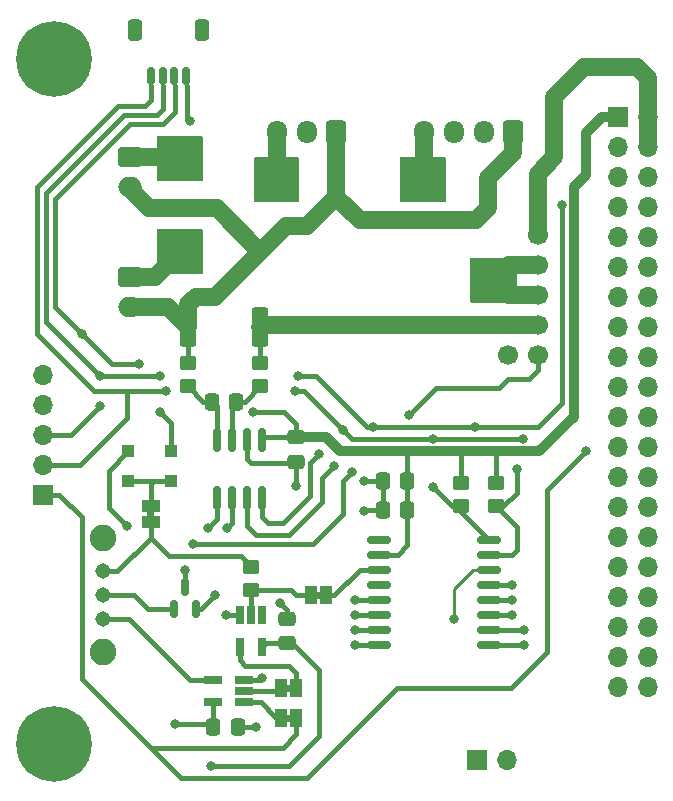
<source format=gbr>
%TF.GenerationSoftware,KiCad,Pcbnew,(6.99.0-2504-g6a9c6e8599)*%
%TF.CreationDate,2023-09-22T00:12:30-07:00*%
%TF.ProjectId,BuoyPower,42756f79-506f-4776-9572-2e6b69636164,rev?*%
%TF.SameCoordinates,Original*%
%TF.FileFunction,Copper,L1,Top*%
%TF.FilePolarity,Positive*%
%FSLAX46Y46*%
G04 Gerber Fmt 4.6, Leading zero omitted, Abs format (unit mm)*
G04 Created by KiCad (PCBNEW (6.99.0-2504-g6a9c6e8599)) date 2023-09-22 00:12:30*
%MOMM*%
%LPD*%
G01*
G04 APERTURE LIST*
G04 Aperture macros list*
%AMRoundRect*
0 Rectangle with rounded corners*
0 $1 Rounding radius*
0 $2 $3 $4 $5 $6 $7 $8 $9 X,Y pos of 4 corners*
0 Add a 4 corners polygon primitive as box body*
4,1,4,$2,$3,$4,$5,$6,$7,$8,$9,$2,$3,0*
0 Add four circle primitives for the rounded corners*
1,1,$1+$1,$2,$3*
1,1,$1+$1,$4,$5*
1,1,$1+$1,$6,$7*
1,1,$1+$1,$8,$9*
0 Add four rect primitives between the rounded corners*
20,1,$1+$1,$2,$3,$4,$5,0*
20,1,$1+$1,$4,$5,$6,$7,0*
20,1,$1+$1,$6,$7,$8,$9,0*
20,1,$1+$1,$8,$9,$2,$3,0*%
G04 Aperture macros list end*
%TA.AperFunction,ComponentPad*%
%ADD10C,1.308000*%
%TD*%
%TA.AperFunction,ComponentPad*%
%ADD11C,2.250000*%
%TD*%
%TA.AperFunction,SMDPad,CuDef*%
%ADD12R,1.000000X1.500000*%
%TD*%
%TA.AperFunction,SMDPad,CuDef*%
%ADD13RoundRect,0.150000X0.150000X-0.587500X0.150000X0.587500X-0.150000X0.587500X-0.150000X-0.587500X0*%
%TD*%
%TA.AperFunction,ComponentPad*%
%ADD14C,1.700000*%
%TD*%
%TA.AperFunction,SMDPad,CuDef*%
%ADD15RoundRect,0.150000X-0.875000X-0.150000X0.875000X-0.150000X0.875000X0.150000X-0.875000X0.150000X0*%
%TD*%
%TA.AperFunction,SMDPad,CuDef*%
%ADD16RoundRect,0.249999X-0.450001X-1.425001X0.450001X-1.425001X0.450001X1.425001X-0.450001X1.425001X0*%
%TD*%
%TA.AperFunction,ComponentPad*%
%ADD17R,1.700000X1.700000*%
%TD*%
%TA.AperFunction,ComponentPad*%
%ADD18O,1.700000X1.700000*%
%TD*%
%TA.AperFunction,SMDPad,CuDef*%
%ADD19RoundRect,0.250000X-0.450000X0.350000X-0.450000X-0.350000X0.450000X-0.350000X0.450000X0.350000X0*%
%TD*%
%TA.AperFunction,SMDPad,CuDef*%
%ADD20RoundRect,0.250000X0.450000X-0.350000X0.450000X0.350000X-0.450000X0.350000X-0.450000X-0.350000X0*%
%TD*%
%TA.AperFunction,SMDPad,CuDef*%
%ADD21R,1.000000X1.000000*%
%TD*%
%TA.AperFunction,SMDPad,CuDef*%
%ADD22R,0.650000X1.560000*%
%TD*%
%TA.AperFunction,SMDPad,CuDef*%
%ADD23RoundRect,0.250000X0.475000X-0.337500X0.475000X0.337500X-0.475000X0.337500X-0.475000X-0.337500X0*%
%TD*%
%TA.AperFunction,ComponentPad*%
%ADD24RoundRect,0.250000X0.600000X0.725000X-0.600000X0.725000X-0.600000X-0.725000X0.600000X-0.725000X0*%
%TD*%
%TA.AperFunction,ComponentPad*%
%ADD25O,1.700000X1.950000*%
%TD*%
%TA.AperFunction,ComponentPad*%
%ADD26RoundRect,0.250000X-0.750000X0.600000X-0.750000X-0.600000X0.750000X-0.600000X0.750000X0.600000X0*%
%TD*%
%TA.AperFunction,ComponentPad*%
%ADD27O,2.000000X1.700000*%
%TD*%
%TA.AperFunction,ComponentPad*%
%ADD28C,0.800000*%
%TD*%
%TA.AperFunction,ComponentPad*%
%ADD29C,6.400000*%
%TD*%
%TA.AperFunction,SMDPad,CuDef*%
%ADD30RoundRect,0.150000X0.150000X0.625000X-0.150000X0.625000X-0.150000X-0.625000X0.150000X-0.625000X0*%
%TD*%
%TA.AperFunction,SMDPad,CuDef*%
%ADD31RoundRect,0.250000X0.350000X0.650000X-0.350000X0.650000X-0.350000X-0.650000X0.350000X-0.650000X0*%
%TD*%
%TA.AperFunction,SMDPad,CuDef*%
%ADD32RoundRect,0.250000X0.337500X0.475000X-0.337500X0.475000X-0.337500X-0.475000X0.337500X-0.475000X0*%
%TD*%
%TA.AperFunction,SMDPad,CuDef*%
%ADD33RoundRect,0.150000X0.150000X-0.825000X0.150000X0.825000X-0.150000X0.825000X-0.150000X-0.825000X0*%
%TD*%
%TA.AperFunction,SMDPad,CuDef*%
%ADD34RoundRect,0.250000X-0.475000X0.337500X-0.475000X-0.337500X0.475000X-0.337500X0.475000X0.337500X0*%
%TD*%
%TA.AperFunction,SMDPad,CuDef*%
%ADD35R,1.500000X1.000000*%
%TD*%
%TA.AperFunction,SMDPad,CuDef*%
%ADD36R,1.560000X0.650000*%
%TD*%
%TA.AperFunction,ViaPad*%
%ADD37C,0.800000*%
%TD*%
%TA.AperFunction,Conductor*%
%ADD38C,1.500000*%
%TD*%
%TA.AperFunction,Conductor*%
%ADD39C,0.406400*%
%TD*%
%TA.AperFunction,Conductor*%
%ADD40C,0.812800*%
%TD*%
%TA.AperFunction,Conductor*%
%ADD41C,0.250000*%
%TD*%
G04 APERTURE END LIST*
%TO.C,JP4*%
G36*
X148586000Y-122728000D02*
G01*
X148086000Y-122728000D01*
X148086000Y-122128000D01*
X148586000Y-122128000D01*
X148586000Y-122728000D01*
G37*
%TO.C,JP3*%
G36*
X148586000Y-125268000D02*
G01*
X148086000Y-125268000D01*
X148086000Y-124668000D01*
X148586000Y-124668000D01*
X148586000Y-125268000D01*
G37*
%TO.C,JP42*%
G36*
X151100600Y-114854000D02*
G01*
X150600600Y-114854000D01*
X150600600Y-114254000D01*
X151100600Y-114254000D01*
X151100600Y-114854000D01*
G37*
%TO.C,JP1*%
G36*
X136952000Y-107946000D02*
G01*
X136352000Y-107946000D01*
X136352000Y-107446000D01*
X136952000Y-107446000D01*
X136952000Y-107946000D01*
G37*
%TD*%
D10*
%TO.P,S1,2*%
%TO.N,Net-(S1-Pad2)*%
X132588000Y-114554000D03*
%TO.P,S1,1*%
%TO.N,VCC*%
X132588000Y-112554000D03*
%TO.P,S1,3*%
%TO.N,Net-(U11-Pad4)*%
X132588000Y-116554000D03*
D11*
%TO.P,S1,P$4*%
%TO.N,N/C*%
X132588000Y-109704000D03*
%TO.P,S1,P$5*%
X132588000Y-119404000D03*
%TD*%
D12*
%TO.P,JP4,1,A*%
%TO.N,/PowerTimer/NINT*%
X148985999Y-122427999D03*
%TO.P,JP4,2,B*%
%TO.N,Net-(JP4-B)*%
X147685999Y-122427999D03*
%TD*%
%TO.P,JP3,1,A*%
%TO.N,/HOLD*%
X148985999Y-124967999D03*
%TO.P,JP3,2,B*%
%TO.N,Net-(JP3-B)*%
X147685999Y-124967999D03*
%TD*%
D13*
%TO.P,Q1,1,G*%
%TO.N,Net-(S1-Pad2)*%
X138623000Y-115745500D03*
%TO.P,Q1,2,S*%
%TO.N,GND*%
X140523000Y-115745500D03*
%TO.P,Q1,3,D*%
%TO.N,/REG_EN*%
X139573000Y-113870500D03*
%TD*%
D14*
%TO.P,J1,1,Pin_1*%
%TO.N,+5V*%
X169418000Y-84074000D03*
%TO.P,J1,2,Pin_2*%
%TO.N,GND*%
X169418000Y-86614000D03*
%TO.P,J1,3,Pin_3*%
X169418000Y-89154000D03*
%TO.P,J1,4,Pin_4*%
%TO.N,/PowerMonitor/VOUT*%
X169418000Y-91694000D03*
%TO.P,J1,5,Pin_5*%
%TO.N,/REG_EN*%
X169418000Y-94234000D03*
%TO.P,J1,6*%
%TO.N,N/C*%
X166878000Y-94234000D03*
%TD*%
D15*
%TO.P,U8,1,32KHZ*%
%TO.N,unconnected-(U8-32KHZ)*%
X156005000Y-109855000D03*
%TO.P,U8,2,VCC*%
%TO.N,VBUS*%
X156005000Y-111125000D03*
%TO.P,U8,3,~{INT}/SQW*%
%TO.N,Net-(JP42-A)*%
X156005000Y-112395000D03*
%TO.P,U8,4,~{RST}*%
%TO.N,unconnected-(U8-~{RST})*%
X156005000Y-113665000D03*
%TO.P,U8,5,GND*%
%TO.N,GND*%
X156005000Y-114935000D03*
%TO.P,U8,6,GND*%
X156005000Y-116205000D03*
%TO.P,U8,7,GND*%
X156005000Y-117475000D03*
%TO.P,U8,8,GND*%
X156005000Y-118745000D03*
%TO.P,U8,9,GND*%
X165305000Y-118745000D03*
%TO.P,U8,10,GND*%
X165305000Y-117475000D03*
%TO.P,U8,11,GND*%
X165305000Y-116205000D03*
%TO.P,U8,12,GND*%
X165305000Y-114935000D03*
%TO.P,U8,13,GND*%
X165305000Y-113665000D03*
%TO.P,U8,14,VBAT*%
%TO.N,Net-(BT2-+)*%
X165305000Y-112395000D03*
%TO.P,U8,15,SDA*%
%TO.N,/SDA*%
X165305000Y-111125000D03*
%TO.P,U8,16,SCL*%
%TO.N,/SCL*%
X165305000Y-109855000D03*
%TD*%
D16*
%TO.P,R10,1*%
%TO.N,BATT_IN*%
X139825000Y-91821000D03*
%TO.P,R10,2*%
%TO.N,/PowerMonitor/VOUT*%
X145925000Y-91821000D03*
%TD*%
D17*
%TO.P,J9,1,Pin_1*%
%TO.N,GND*%
X164332999Y-128523999D03*
D18*
%TO.P,J9,2,Pin_2*%
%TO.N,Net-(BT2-+)*%
X166872999Y-128523999D03*
%TD*%
D19*
%TO.P,R15,1*%
%TO.N,VCC*%
X145161000Y-112157000D03*
%TO.P,R15,2*%
%TO.N,/PowerTimer/INT*%
X145161000Y-114157000D03*
%TD*%
D20*
%TO.P,R14,1*%
%TO.N,/SDA*%
X165862000Y-107045000D03*
%TO.P,R14,2*%
%TO.N,VBUS*%
X165862000Y-105045000D03*
%TD*%
D21*
%TO.P,D1,1,K*%
%TO.N,Net-(D1-K)*%
X134721599Y-104881999D03*
%TO.P,D1,2,A*%
%TO.N,Net-(BT2-+)*%
X134721599Y-102381999D03*
%TD*%
D22*
%TO.P,U9,1,NC*%
%TO.N,unconnected-(U9-NC)*%
X146110999Y-116251999D03*
%TO.P,U9,2*%
%TO.N,/PowerTimer/INT*%
X145160999Y-116251999D03*
%TO.P,U9,3,GND*%
%TO.N,GND*%
X144210999Y-116251999D03*
%TO.P,U9,4*%
%TO.N,/PowerTimer/NINT*%
X144210999Y-118951999D03*
%TO.P,U9,5,VCC*%
%TO.N,VCC*%
X146110999Y-118951999D03*
%TD*%
D23*
%TO.P,C1,1*%
%TO.N,GND*%
X148971000Y-103272500D03*
%TO.P,C1,2*%
%TO.N,VBUS*%
X148971000Y-101197500D03*
%TD*%
D24*
%TO.P,J5,1,Pin_1*%
%TO.N,BATT_IN*%
X152360000Y-75311000D03*
D25*
%TO.P,J5,2,Pin_2*%
%TO.N,unconnected-(J5-Pin_2)*%
X149859999Y-75310999D03*
%TO.P,J5,3,Pin_3*%
%TO.N,GND*%
X147359999Y-75310999D03*
%TD*%
D26*
%TO.P,J4,1,Pin_1*%
%TO.N,GND*%
X134895000Y-87650000D03*
D27*
%TO.P,J4,2,Pin_2*%
%TO.N,BATT_IN*%
X134894999Y-90149999D03*
%TD*%
D12*
%TO.P,JP42,1,A*%
%TO.N,Net-(JP42-A)*%
X151500599Y-114553999D03*
%TO.P,JP42,2,B*%
%TO.N,/PowerTimer/INT*%
X150200599Y-114553999D03*
%TD*%
D28*
%TO.P,H3,1*%
%TO.N,N/C*%
X130868000Y-127174000D03*
X130165056Y-128871056D03*
X130165056Y-125476944D03*
X128468000Y-129574000D03*
D29*
X128468000Y-127174000D03*
D28*
X128468000Y-124774000D03*
X126770944Y-128871056D03*
X126770944Y-125476944D03*
X126068000Y-127174000D03*
%TD*%
%TO.P,H2,1*%
%TO.N,N/C*%
X130868000Y-69174000D03*
X130165056Y-70871056D03*
X130165056Y-67476944D03*
X128468000Y-71574000D03*
D29*
X128468000Y-69174000D03*
D28*
X128468000Y-66774000D03*
X126770944Y-70871056D03*
X126770944Y-67476944D03*
X126068000Y-69174000D03*
%TD*%
D30*
%TO.P,J6,1,Pin_1*%
%TO.N,GND*%
X139676000Y-70580000D03*
%TO.P,J6,2,Pin_2*%
%TO.N,VBUS*%
X138676000Y-70580000D03*
%TO.P,J6,3,Pin_3*%
%TO.N,/SDA*%
X137676000Y-70580000D03*
%TO.P,J6,4,Pin_4*%
%TO.N,/SCL*%
X136676000Y-70580000D03*
D31*
%TO.P,J6,MP*%
%TO.N,N/C*%
X140976000Y-66705000D03*
X135376000Y-66705000D03*
%TD*%
D32*
%TO.P,C15,1*%
%TO.N,GND*%
X144039500Y-125730000D03*
%TO.P,C15,2*%
%TO.N,VCC*%
X141964500Y-125730000D03*
%TD*%
D33*
%TO.P,U3,1,A1*%
%TO.N,GND*%
X142240000Y-106361000D03*
%TO.P,U3,2,A0*%
X143510000Y-106361000D03*
%TO.P,U3,3,SDA*%
%TO.N,/SDA*%
X144780000Y-106361000D03*
%TO.P,U3,4,SCL*%
%TO.N,/SCL*%
X146050000Y-106361000D03*
%TO.P,U3,5,VS*%
%TO.N,VBUS*%
X146050000Y-101411000D03*
%TO.P,U3,6,GND*%
%TO.N,GND*%
X144780000Y-101411000D03*
%TO.P,U3,7,IN-*%
%TO.N,Net-(U3-IN-)*%
X143510000Y-101411000D03*
%TO.P,U3,8,IN+*%
%TO.N,Net-(U3-IN+)*%
X142240000Y-101411000D03*
%TD*%
D17*
%TO.P,J2,1,Pin_1*%
%TO.N,/HOLD*%
X127507999Y-106039999D03*
D18*
%TO.P,J2,2,Pin_2*%
%TO.N,/SCL*%
X127507999Y-103499999D03*
%TO.P,J2,3,Pin_3*%
%TO.N,/SDA*%
X127507999Y-100959999D03*
%TO.P,J2,4,Pin_4*%
%TO.N,GND*%
X127507999Y-98419999D03*
%TO.P,J2,5,Pin_5*%
%TO.N,VBUS*%
X127507999Y-95879999D03*
%TD*%
D19*
%TO.P,R11,1*%
%TO.N,BATT_IN*%
X139827000Y-94885000D03*
%TO.P,R11,2*%
%TO.N,Net-(U3-IN+)*%
X139827000Y-96885000D03*
%TD*%
D34*
%TO.P,C13,1*%
%TO.N,GND*%
X148209000Y-116564500D03*
%TO.P,C13,2*%
%TO.N,VCC*%
X148209000Y-118639500D03*
%TD*%
D20*
%TO.P,R13,1*%
%TO.N,/SCL*%
X162941000Y-107045000D03*
%TO.P,R13,2*%
%TO.N,VBUS*%
X162941000Y-105045000D03*
%TD*%
D26*
%TO.P,J7,1,Pin_1*%
%TO.N,GND*%
X134895000Y-77490000D03*
D27*
%TO.P,J7,2,Pin_2*%
%TO.N,BATT_IN*%
X134894999Y-79989999D03*
%TD*%
D21*
%TO.P,D2,1,K*%
%TO.N,Net-(D1-K)*%
X138353799Y-104881999D03*
%TO.P,D2,2,A*%
%TO.N,VBUS*%
X138353799Y-102381999D03*
%TD*%
D35*
%TO.P,JP1,1,A*%
%TO.N,Net-(D1-K)*%
X136651999Y-107045999D03*
%TO.P,JP1,2,B*%
%TO.N,VCC*%
X136651999Y-108345999D03*
%TD*%
D19*
%TO.P,R12,1*%
%TO.N,/PowerMonitor/VOUT*%
X145923000Y-94885000D03*
%TO.P,R12,2*%
%TO.N,Net-(U3-IN-)*%
X145923000Y-96885000D03*
%TD*%
D32*
%TO.P,C3,1*%
%TO.N,Net-(U3-IN-)*%
X143912500Y-98171000D03*
%TO.P,C3,2*%
%TO.N,Net-(U3-IN+)*%
X141837500Y-98171000D03*
%TD*%
D24*
%TO.P,J8,1,Pin_1*%
%TO.N,BATT_IN*%
X167346000Y-75311000D03*
D25*
%TO.P,J8,2,Pin_2*%
%TO.N,unconnected-(J8-Pin_2)*%
X164845999Y-75310999D03*
%TO.P,J8,3,Pin_3*%
%TO.N,unconnected-(J8-Pin_3)*%
X162345999Y-75310999D03*
%TO.P,J8,4,Pin_4*%
%TO.N,GND*%
X159845999Y-75310999D03*
%TD*%
D32*
%TO.P,C12,1*%
%TO.N,VBUS*%
X158390500Y-107315000D03*
%TO.P,C12,2*%
%TO.N,GND*%
X156315500Y-107315000D03*
%TD*%
D36*
%TO.P,U11,1*%
%TO.N,Net-(JP3-B)*%
X144605999Y-123631999D03*
%TO.P,U11,2*%
%TO.N,Net-(JP4-B)*%
X144605999Y-122681999D03*
%TO.P,U11,3,GND*%
%TO.N,GND*%
X144605999Y-121731999D03*
%TO.P,U11,4*%
%TO.N,Net-(U11-Pad4)*%
X141905999Y-121731999D03*
%TO.P,U11,5,VCC*%
%TO.N,VCC*%
X141905999Y-123631999D03*
%TD*%
D32*
%TO.P,C11,1*%
%TO.N,VBUS*%
X158390500Y-104902000D03*
%TO.P,C11,2*%
%TO.N,GND*%
X156315500Y-104902000D03*
%TD*%
D17*
%TO.P,J10,1,Pin_1*%
%TO.N,VBUS*%
X176197999Y-74043999D03*
D18*
%TO.P,J10,2,Pin_2*%
%TO.N,+5V*%
X178737999Y-74043999D03*
%TO.P,J10,3,Pin_3*%
%TO.N,/SDA*%
X176197999Y-76583999D03*
%TO.P,J10,4,Pin_4*%
%TO.N,+5V*%
X178737999Y-76583999D03*
%TO.P,J10,5,Pin_5*%
%TO.N,/SCL*%
X176197999Y-79123999D03*
%TO.P,J10,6,Pin_6*%
%TO.N,GND*%
X178737999Y-79123999D03*
%TO.P,J10,7,Pin_7*%
%TO.N,unconnected-(J10-Pin_7)*%
X176197999Y-81663999D03*
%TO.P,J10,8,Pin_8*%
%TO.N,unconnected-(J10-Pin_8)*%
X178737999Y-81663999D03*
%TO.P,J10,9,Pin_9*%
%TO.N,unconnected-(J10-Pin_9)*%
X176197999Y-84203999D03*
%TO.P,J10,10,Pin_10*%
%TO.N,unconnected-(J10-Pin_10)*%
X178737999Y-84203999D03*
%TO.P,J10,11,Pin_11*%
%TO.N,/HOLD*%
X176197999Y-86743999D03*
%TO.P,J10,12,Pin_12*%
%TO.N,unconnected-(J10-Pin_12)*%
X178737999Y-86743999D03*
%TO.P,J10,13,Pin_13*%
%TO.N,unconnected-(J10-Pin_13)*%
X176197999Y-89283999D03*
%TO.P,J10,14,Pin_14*%
%TO.N,unconnected-(J10-Pin_14)*%
X178737999Y-89283999D03*
%TO.P,J10,15,Pin_15*%
%TO.N,unconnected-(J10-Pin_15)*%
X176197999Y-91823999D03*
%TO.P,J10,16,Pin_16*%
%TO.N,unconnected-(J10-Pin_16)*%
X178737999Y-91823999D03*
%TO.P,J10,17,Pin_17*%
%TO.N,unconnected-(J10-Pin_17)*%
X176197999Y-94363999D03*
%TO.P,J10,18,Pin_18*%
%TO.N,unconnected-(J10-Pin_18)*%
X178737999Y-94363999D03*
%TO.P,J10,19,Pin_19*%
%TO.N,unconnected-(J10-Pin_19)*%
X176197999Y-96903999D03*
%TO.P,J10,20,Pin_20*%
%TO.N,unconnected-(J10-Pin_20)*%
X178737999Y-96903999D03*
%TO.P,J10,21,Pin_21*%
%TO.N,unconnected-(J10-Pin_21)*%
X176197999Y-99443999D03*
%TO.P,J10,22,Pin_22*%
%TO.N,unconnected-(J10-Pin_22)*%
X178737999Y-99443999D03*
%TO.P,J10,23,Pin_23*%
%TO.N,unconnected-(J10-Pin_23)*%
X176197999Y-101983999D03*
%TO.P,J10,24,Pin_24*%
%TO.N,unconnected-(J10-Pin_24)*%
X178737999Y-101983999D03*
%TO.P,J10,25,Pin_25*%
%TO.N,unconnected-(J10-Pin_25)*%
X176197999Y-104523999D03*
%TO.P,J10,26,Pin_26*%
%TO.N,unconnected-(J10-Pin_26)*%
X178737999Y-104523999D03*
%TO.P,J10,27,Pin_27*%
%TO.N,unconnected-(J10-Pin_27)*%
X176197999Y-107063999D03*
%TO.P,J10,28,Pin_28*%
%TO.N,unconnected-(J10-Pin_28)*%
X178737999Y-107063999D03*
%TO.P,J10,29,Pin_29*%
%TO.N,unconnected-(J10-Pin_29)*%
X176197999Y-109603999D03*
%TO.P,J10,30,Pin_30*%
%TO.N,unconnected-(J10-Pin_30)*%
X178737999Y-109603999D03*
%TO.P,J10,31,Pin_31*%
%TO.N,unconnected-(J10-Pin_31)*%
X176197999Y-112143999D03*
%TO.P,J10,32,Pin_32*%
%TO.N,unconnected-(J10-Pin_32)*%
X178737999Y-112143999D03*
%TO.P,J10,33,Pin_33*%
%TO.N,unconnected-(J10-Pin_33)*%
X176197999Y-114683999D03*
%TO.P,J10,34,Pin_34*%
%TO.N,unconnected-(J10-Pin_34)*%
X178737999Y-114683999D03*
%TO.P,J10,35,Pin_35*%
%TO.N,unconnected-(J10-Pin_35)*%
X176197999Y-117223999D03*
%TO.P,J10,36,Pin_36*%
%TO.N,unconnected-(J10-Pin_36)*%
X178737999Y-117223999D03*
%TO.P,J10,37,Pin_37*%
%TO.N,unconnected-(J10-Pin_37)*%
X176197999Y-119763999D03*
%TO.P,J10,38,Pin_38*%
%TO.N,unconnected-(J10-Pin_38)*%
X178737999Y-119763999D03*
%TO.P,J10,39,Pin_39*%
%TO.N,GND*%
X176197999Y-122303999D03*
%TO.P,J10,40,Pin_40*%
%TO.N,unconnected-(J10-Pin_40)*%
X178737999Y-122303999D03*
%TD*%
D37*
%TO.N,GND*%
X142113000Y-114554000D03*
%TO.N,/REG_EN*%
X139573000Y-112395000D03*
%TO.N,GND*%
X146050000Y-121539000D03*
X148336000Y-78359000D03*
X167259000Y-116205000D03*
X165735000Y-87884000D03*
X158750000Y-78359000D03*
X145542000Y-125730000D03*
X154686000Y-104902000D03*
X166751000Y-88900000D03*
X153924000Y-118745000D03*
X160782000Y-80391000D03*
X168300400Y-118745000D03*
X140081000Y-84582000D03*
X160782000Y-78359000D03*
X167259000Y-113665000D03*
X143129000Y-108839000D03*
X140081000Y-76474000D03*
X153924000Y-116205000D03*
X164719000Y-88900000D03*
X148971000Y-105283000D03*
X138049000Y-76474000D03*
X143002000Y-116205000D03*
X168275000Y-117500400D03*
X147574000Y-115189000D03*
X140081000Y-78506000D03*
X158750000Y-80391000D03*
X153924000Y-114935000D03*
X148336000Y-80391000D03*
X166751000Y-86868000D03*
X138049000Y-84582000D03*
X139065000Y-85598000D03*
X140081000Y-86614000D03*
X164719000Y-86868000D03*
X146304000Y-78359000D03*
X147320000Y-79375000D03*
X138049000Y-86614000D03*
X139954000Y-74422000D03*
X154686000Y-107442000D03*
X167259000Y-114935000D03*
X139065000Y-77490000D03*
X146304000Y-80391000D03*
X141478000Y-108839000D03*
X138049000Y-78506000D03*
X153924000Y-117475000D03*
X159766000Y-79375000D03*
%TO.N,VBUS*%
X130810000Y-92456000D03*
X137414000Y-99060000D03*
X145288000Y-99060000D03*
X135636000Y-94996000D03*
%TO.N,/REG_EN*%
X153670000Y-104140000D03*
X158496000Y-99314000D03*
X140208000Y-110236000D03*
%TO.N,/SDA*%
X132334000Y-96012000D03*
X171450000Y-81534000D03*
X167640000Y-103886000D03*
X155448000Y-100330000D03*
X152146000Y-103632000D03*
X164084000Y-100330000D03*
X132334000Y-98552000D03*
X137414000Y-96012000D03*
X149098000Y-96012000D03*
%TO.N,/SCL*%
X160528000Y-101346000D03*
X160528000Y-105410000D03*
X150876000Y-102616000D03*
X148844000Y-97282000D03*
X137922000Y-97282000D03*
X168148000Y-101346000D03*
X152908000Y-100584000D03*
%TO.N,/HOLD*%
X173482000Y-102362000D03*
%TO.N,Net-(BT2-+)*%
X162306000Y-116586000D03*
X134620000Y-108712000D03*
%TO.N,VCC*%
X138684000Y-125476000D03*
X141732000Y-129032000D03*
%TD*%
D38*
%TO.N,BATT_IN*%
X142113000Y-89281000D02*
X145923000Y-85471000D01*
X145923000Y-85471000D02*
X148082000Y-83312000D01*
X134895000Y-79990000D02*
X134895000Y-80158000D01*
X134895000Y-80158000D02*
X136525000Y-81788000D01*
X136525000Y-81788000D02*
X142240000Y-81788000D01*
X142240000Y-81788000D02*
X145923000Y-85471000D01*
X167346000Y-75311000D02*
X167346000Y-77129000D01*
X164211000Y-82804000D02*
X154352000Y-82804000D01*
X167346000Y-77129000D02*
X165227000Y-79248000D01*
X165227000Y-79248000D02*
X165227000Y-81788000D01*
X154352000Y-82804000D02*
X152360000Y-80812000D01*
X165227000Y-81788000D02*
X164211000Y-82804000D01*
X139825000Y-91821000D02*
X139827000Y-91819000D01*
X139827000Y-91819000D02*
X139827000Y-89916000D01*
X139827000Y-89916000D02*
X140462000Y-89281000D01*
X140462000Y-89281000D02*
X142113000Y-89281000D01*
X152360000Y-80812000D02*
X152360000Y-75311000D01*
X149860000Y-83312000D02*
X152360000Y-80812000D01*
X148082000Y-83312000D02*
X149860000Y-83312000D01*
D39*
%TO.N,GND*%
X140921500Y-115745500D02*
X142113000Y-114554000D01*
X140523000Y-115745500D02*
X140921500Y-115745500D01*
%TO.N,/REG_EN*%
X139573000Y-113870500D02*
X139573000Y-112395000D01*
%TO.N,Net-(U11-Pad4)*%
X141906000Y-121732000D02*
X140020000Y-121732000D01*
X140020000Y-121732000D02*
X134842000Y-116554000D01*
X134842000Y-116554000D02*
X132588000Y-116554000D01*
%TO.N,Net-(S1-Pad2)*%
X138623000Y-115745500D02*
X136446500Y-115745500D01*
X136446500Y-115745500D02*
X135255000Y-114554000D01*
X135255000Y-114554000D02*
X132588000Y-114554000D01*
D38*
%TO.N,GND*%
X134895000Y-87650000D02*
X137013000Y-87650000D01*
X169418000Y-86614000D02*
X167005000Y-86614000D01*
D39*
X143510000Y-108458000D02*
X143129000Y-108839000D01*
X168249600Y-117475000D02*
X168275000Y-117500400D01*
X145161000Y-103378000D02*
X148865500Y-103378000D01*
X156315500Y-104902000D02*
X154686000Y-104902000D01*
X156315500Y-104902000D02*
X156315500Y-107315000D01*
X144780000Y-102997000D02*
X145161000Y-103378000D01*
D38*
X159846000Y-75311000D02*
X159846000Y-79295000D01*
D39*
X165305000Y-117475000D02*
X167259000Y-117475000D01*
X156005000Y-117475000D02*
X153924000Y-117475000D01*
D38*
X137013000Y-87650000D02*
X139065000Y-85598000D01*
D39*
X165305000Y-114935000D02*
X167259000Y-114935000D01*
X144780000Y-101411000D02*
X144780000Y-102997000D01*
D38*
X159846000Y-79295000D02*
X159766000Y-79375000D01*
D39*
X144039500Y-125730000D02*
X145542000Y-125730000D01*
X143049000Y-116252000D02*
X143002000Y-116205000D01*
X143510000Y-106361000D02*
X143510000Y-108458000D01*
X139700000Y-74168000D02*
X139954000Y-74422000D01*
X144211000Y-116252000D02*
X143049000Y-116252000D01*
X148971000Y-103272500D02*
X148971000Y-105283000D01*
X156005000Y-116205000D02*
X153924000Y-116205000D01*
X148865500Y-103378000D02*
X148971000Y-103272500D01*
X165305000Y-118745000D02*
X167259000Y-118745000D01*
X142240000Y-106361000D02*
X142240000Y-108077000D01*
D38*
X167005000Y-89154000D02*
X166751000Y-88900000D01*
D39*
X165305000Y-116205000D02*
X167259000Y-116205000D01*
X148209000Y-115824000D02*
X147574000Y-115189000D01*
X156005000Y-118745000D02*
X153924000Y-118745000D01*
X145857000Y-121732000D02*
X146050000Y-121539000D01*
D38*
X167005000Y-86614000D02*
X166751000Y-86868000D01*
D39*
X167259000Y-118745000D02*
X168300400Y-118745000D01*
D38*
X147360000Y-79335000D02*
X147320000Y-79375000D01*
D39*
X167259000Y-117475000D02*
X168249600Y-117475000D01*
X142240000Y-108077000D02*
X141478000Y-108839000D01*
D38*
X169418000Y-89154000D02*
X167005000Y-89154000D01*
X134895000Y-77490000D02*
X139065000Y-77490000D01*
D39*
X156005000Y-114935000D02*
X153924000Y-114935000D01*
X154813000Y-107315000D02*
X154686000Y-107442000D01*
D38*
X147360000Y-75311000D02*
X147360000Y-79335000D01*
D39*
X148209000Y-116564500D02*
X148209000Y-115824000D01*
X144606000Y-121732000D02*
X145857000Y-121732000D01*
X139700000Y-71469000D02*
X139700000Y-74168000D01*
X165305000Y-113665000D02*
X167259000Y-113665000D01*
X156315500Y-107315000D02*
X154813000Y-107315000D01*
D38*
%TO.N,+5V*%
X173355000Y-69850000D02*
X170815000Y-72390000D01*
X170815000Y-77470000D02*
X169418000Y-78867000D01*
X177800000Y-69850000D02*
X173355000Y-69850000D01*
X178738000Y-76584000D02*
X178738000Y-74044000D01*
X178738000Y-70788000D02*
X177800000Y-69850000D01*
X178738000Y-74044000D02*
X178738000Y-70788000D01*
X169418000Y-78867000D02*
X169418000Y-84074000D01*
X170815000Y-72390000D02*
X170815000Y-77470000D01*
D39*
%TO.N,VBUS*%
X147955000Y-99060000D02*
X145288000Y-99060000D01*
X158390500Y-107315000D02*
X158390500Y-110341500D01*
D40*
X151489500Y-101197500D02*
X148971000Y-101197500D01*
X163068000Y-102362000D02*
X158242000Y-102362000D01*
X174876000Y-74044000D02*
X173482000Y-75438000D01*
D39*
X148336000Y-99441000D02*
X147955000Y-99060000D01*
D40*
X172466000Y-80010000D02*
X172466000Y-99455851D01*
D39*
X133350000Y-94996000D02*
X130810000Y-92456000D01*
X135636000Y-94996000D02*
X133350000Y-94996000D01*
X162941000Y-105045000D02*
X162941000Y-102489000D01*
X138700000Y-71469000D02*
X138700000Y-73644000D01*
X137668000Y-74676000D02*
X134874000Y-74676000D01*
X162941000Y-102489000D02*
X163068000Y-102362000D01*
D40*
X173482000Y-75438000D02*
X173482000Y-78994000D01*
D39*
X128524000Y-81026000D02*
X128524000Y-88392000D01*
X158390500Y-104902000D02*
X158390500Y-102510500D01*
D40*
X152654000Y-102362000D02*
X151489500Y-101197500D01*
D39*
X158390500Y-102510500D02*
X158242000Y-102362000D01*
X138700000Y-73644000D02*
X137668000Y-74676000D01*
X138353800Y-102458200D02*
X138353800Y-99999800D01*
X128524000Y-90170000D02*
X130810000Y-92456000D01*
D40*
X165862000Y-102362000D02*
X163068000Y-102362000D01*
X173482000Y-78994000D02*
X172466000Y-80010000D01*
X169559851Y-102362000D02*
X165862000Y-102362000D01*
X176198000Y-74044000D02*
X174876000Y-74044000D01*
D39*
X134874000Y-74676000D02*
X128524000Y-81026000D01*
X165862000Y-105045000D02*
X165862000Y-102362000D01*
X148971000Y-101197500D02*
X148971000Y-100076000D01*
D40*
X172466000Y-99455851D02*
X169559851Y-102362000D01*
D39*
X148971000Y-101197500D02*
X146263500Y-101197500D01*
X157607000Y-111125000D02*
X156005000Y-111125000D01*
X158390500Y-110341500D02*
X157607000Y-111125000D01*
X128524000Y-88392000D02*
X128524000Y-90170000D01*
X158390500Y-104902000D02*
X158390500Y-107315000D01*
X146263500Y-101197500D02*
X146050000Y-101411000D01*
X148971000Y-100076000D02*
X148336000Y-99441000D01*
X138353800Y-99999800D02*
X137414000Y-99060000D01*
D40*
X158242000Y-102362000D02*
X152654000Y-102362000D01*
D39*
%TO.N,Net-(U3-IN-)*%
X143912500Y-98171000D02*
X144637000Y-98171000D01*
X143510000Y-98573500D02*
X143912500Y-98171000D01*
X143510000Y-101411000D02*
X143510000Y-98573500D01*
X144637000Y-98171000D02*
X145923000Y-96885000D01*
%TO.N,Net-(U3-IN+)*%
X141113000Y-98171000D02*
X139827000Y-96885000D01*
X141837500Y-98171000D02*
X141113000Y-98171000D01*
X142240000Y-101411000D02*
X142240000Y-98573500D01*
X142240000Y-98573500D02*
X141837500Y-98171000D01*
%TO.N,Net-(JP42-A)*%
X156005000Y-112395000D02*
X154355800Y-112395000D01*
X152196800Y-114554000D02*
X151500600Y-114554000D01*
X154355800Y-112395000D02*
X152196800Y-114554000D01*
%TO.N,/PowerTimer/INT*%
X145161000Y-114157000D02*
X145161000Y-116252000D01*
X148971000Y-114554000D02*
X148564600Y-114147600D01*
X145170400Y-114147600D02*
X145161000Y-114157000D01*
X150200600Y-114554000D02*
X148971000Y-114554000D01*
X148564600Y-114147600D02*
X145170400Y-114147600D01*
D38*
%TO.N,/PowerMonitor/VOUT*%
X146052000Y-91694000D02*
X145925000Y-91821000D01*
D39*
X145923000Y-94885000D02*
X145923000Y-91823000D01*
D38*
X169418000Y-91694000D02*
X146052000Y-91694000D01*
D39*
%TO.N,/PowerTimer/NINT*%
X148986000Y-121144600D02*
X148986000Y-122301000D01*
X144653000Y-120523000D02*
X148364400Y-120523000D01*
X144211000Y-120081000D02*
X144653000Y-120523000D01*
X148364400Y-120523000D02*
X148986000Y-121144600D01*
X144211000Y-118952000D02*
X144211000Y-120081000D01*
%TO.N,/REG_EN*%
X160782000Y-97028000D02*
X166116000Y-97028000D01*
X166116000Y-97028000D02*
X166878000Y-96266000D01*
X158496000Y-99314000D02*
X160782000Y-97028000D01*
X150368000Y-110236000D02*
X152908000Y-107696000D01*
X140208000Y-110236000D02*
X150368000Y-110236000D01*
X169418000Y-95504000D02*
X169418000Y-94234000D01*
X152908000Y-104902000D02*
X153670000Y-104140000D01*
X168656000Y-96266000D02*
X169418000Y-95504000D01*
X166878000Y-96266000D02*
X168656000Y-96266000D01*
X152908000Y-107696000D02*
X152908000Y-104902000D01*
%TO.N,Net-(JP3-B)*%
X147686000Y-124841000D02*
X147193000Y-124841000D01*
X145984000Y-123632000D02*
X144606000Y-123632000D01*
X147193000Y-124841000D02*
X145984000Y-123632000D01*
%TO.N,Net-(JP4-B)*%
X147305000Y-122682000D02*
X147686000Y-122301000D01*
X144606000Y-122682000D02*
X147305000Y-122682000D01*
%TO.N,/SDA*%
X167640000Y-108823000D02*
X165862000Y-107045000D01*
X165305000Y-111125000D02*
X167259000Y-111125000D01*
X150622000Y-96012000D02*
X154940000Y-100330000D01*
X134366000Y-73914000D02*
X127762000Y-80518000D01*
X130810000Y-94488000D02*
X132334000Y-96012000D01*
X127508000Y-100960000D02*
X129926000Y-100960000D01*
X150368000Y-107442000D02*
X151130000Y-106680000D01*
X166878000Y-100330000D02*
X164084000Y-100330000D01*
X166513000Y-107045000D02*
X167640000Y-105918000D01*
X164084000Y-100330000D02*
X155448000Y-100330000D01*
X149098000Y-96012000D02*
X150622000Y-96012000D01*
X144780000Y-106361000D02*
X144780000Y-108712000D01*
X169418000Y-100330000D02*
X166878000Y-100330000D01*
X165862000Y-107045000D02*
X166513000Y-107045000D01*
X132334000Y-96012000D02*
X137414000Y-96012000D01*
X137700000Y-73374000D02*
X137160000Y-73914000D01*
X127762000Y-88392000D02*
X127762000Y-91440000D01*
X144780000Y-108712000D02*
X145542000Y-109474000D01*
X137160000Y-73914000D02*
X134366000Y-73914000D01*
X151130000Y-106680000D02*
X151130000Y-104648000D01*
X171450000Y-81534000D02*
X171450000Y-98298000D01*
X167640000Y-105918000D02*
X167640000Y-103886000D01*
X171450000Y-98298000D02*
X169418000Y-100330000D01*
X129926000Y-100960000D02*
X132334000Y-98552000D01*
X127762000Y-91440000D02*
X130810000Y-94488000D01*
X165846000Y-107061000D02*
X165862000Y-107045000D01*
X148336000Y-109474000D02*
X150368000Y-107442000D01*
X145542000Y-109474000D02*
X147574000Y-109474000D01*
X147574000Y-109474000D02*
X148336000Y-109474000D01*
X151130000Y-104648000D02*
X152146000Y-103632000D01*
X154940000Y-100330000D02*
X155448000Y-100330000D01*
X167259000Y-111125000D02*
X167640000Y-110744000D01*
X137700000Y-71469000D02*
X137700000Y-73374000D01*
X127762000Y-80518000D02*
X127762000Y-88392000D01*
X167640000Y-110744000D02*
X167640000Y-108823000D01*
%TO.N,/SCL*%
X146558000Y-108458000D02*
X147574000Y-108458000D01*
X153670000Y-101346000D02*
X152908000Y-100584000D01*
X150114000Y-106172000D02*
X150114000Y-105156000D01*
X162941000Y-107491000D02*
X165305000Y-109855000D01*
X127762000Y-93218000D02*
X131826000Y-97282000D01*
X130688000Y-103500000D02*
X134620000Y-99568000D01*
X146115000Y-106426000D02*
X146050000Y-106361000D01*
X136700000Y-72596000D02*
X136144000Y-73152000D01*
X133858000Y-73152000D02*
X127000000Y-80010000D01*
X127508000Y-103500000D02*
X130688000Y-103500000D01*
X162941000Y-107045000D02*
X162941000Y-107491000D01*
X160528000Y-101346000D02*
X153670000Y-101346000D01*
X131826000Y-97282000D02*
X134620000Y-97282000D01*
X146304000Y-108204000D02*
X146558000Y-108458000D01*
X168148000Y-101346000D02*
X160528000Y-101346000D01*
X149098000Y-107188000D02*
X150114000Y-106172000D01*
X136700000Y-71469000D02*
X136700000Y-72596000D01*
X134620000Y-97282000D02*
X137922000Y-97282000D01*
X127000000Y-80010000D02*
X127000000Y-88392000D01*
X162941000Y-107045000D02*
X162163000Y-107045000D01*
X146050000Y-107696000D02*
X146050000Y-107950000D01*
X136144000Y-73152000D02*
X133858000Y-73152000D01*
X162163000Y-107045000D02*
X160528000Y-105410000D01*
X127000000Y-88392000D02*
X127000000Y-92456000D01*
X127000000Y-92456000D02*
X127762000Y-93218000D01*
X134620000Y-99568000D02*
X134620000Y-97282000D01*
X150114000Y-105156000D02*
X150114000Y-103378000D01*
X147828000Y-108458000D02*
X149098000Y-107188000D01*
X149606000Y-97282000D02*
X152908000Y-100584000D01*
X147574000Y-108458000D02*
X147828000Y-108458000D01*
X146050000Y-106361000D02*
X146050000Y-107696000D01*
X148844000Y-97282000D02*
X149606000Y-97282000D01*
X146050000Y-107950000D02*
X146304000Y-108204000D01*
X150114000Y-103378000D02*
X150876000Y-102616000D01*
%TO.N,/HOLD*%
X147828000Y-127508000D02*
X136652000Y-127508000D01*
X149860000Y-130048000D02*
X157480000Y-122428000D01*
X167132000Y-122428000D02*
X170180000Y-119380000D01*
X136652000Y-127508000D02*
X139192000Y-130048000D01*
X130810000Y-107950000D02*
X128900000Y-106040000D01*
X130810000Y-121666000D02*
X130810000Y-107950000D01*
X148986000Y-124841000D02*
X148986000Y-126350000D01*
X139192000Y-130048000D02*
X149860000Y-130048000D01*
X136652000Y-127508000D02*
X130810000Y-121666000D01*
X157480000Y-122428000D02*
X167132000Y-122428000D01*
X128900000Y-106040000D02*
X127508000Y-106040000D01*
X170180000Y-105664000D02*
X173482000Y-102362000D01*
X148986000Y-126350000D02*
X147828000Y-127508000D01*
X170180000Y-119380000D02*
X170180000Y-105664000D01*
D38*
%TO.N,BATT_IN*%
X134895000Y-90150000D02*
X138154000Y-90150000D01*
X138154000Y-90150000D02*
X139825000Y-91821000D01*
D39*
X139827000Y-94885000D02*
X139827000Y-91823000D01*
D38*
X134875000Y-90170000D02*
X134895000Y-90150000D01*
D41*
%TO.N,Net-(BT2-+)*%
X163982400Y-112395000D02*
X162306000Y-114071400D01*
D39*
X134620000Y-108712000D02*
X133096000Y-107188000D01*
D41*
X165305000Y-112395000D02*
X163982400Y-112395000D01*
D39*
X133096000Y-104007600D02*
X134721600Y-102382000D01*
X133096000Y-107188000D02*
X133096000Y-104007600D01*
D41*
X162306000Y-114071400D02*
X162306000Y-116586000D01*
D39*
%TO.N,VCC*%
X148209000Y-118639500D02*
X148611500Y-118639500D01*
X150876000Y-126492000D02*
X148844000Y-128524000D01*
X146423500Y-118639500D02*
X146111000Y-118952000D01*
X150876000Y-120904000D02*
X150876000Y-126492000D01*
X148611500Y-118639500D02*
X150876000Y-120904000D01*
X141964500Y-123690500D02*
X141906000Y-123632000D01*
X138176000Y-111252000D02*
X136652000Y-109728000D01*
X148336000Y-129032000D02*
X141732000Y-129032000D01*
X141964500Y-125730000D02*
X141964500Y-123690500D01*
X148844000Y-128524000D02*
X148336000Y-129032000D01*
X144272000Y-111252000D02*
X138176000Y-111252000D01*
X136652000Y-109728000D02*
X133826000Y-112554000D01*
X136652000Y-108346000D02*
X136652000Y-109728000D01*
X141964500Y-126216500D02*
X141964500Y-125730000D01*
X148209000Y-118639500D02*
X146423500Y-118639500D01*
X145161000Y-112141000D02*
X144272000Y-111252000D01*
X133826000Y-112554000D02*
X132588000Y-112554000D01*
X145161800Y-112156200D02*
X145161000Y-112157000D01*
X145161000Y-112157000D02*
X145161000Y-112141000D01*
X141710500Y-125476000D02*
X138684000Y-125476000D01*
X141964500Y-125730000D02*
X141710500Y-125476000D01*
%TO.N,Net-(D1-K)*%
X136926000Y-104882000D02*
X138353800Y-104882000D01*
X136652000Y-107046000D02*
X136652000Y-105156000D01*
X134721600Y-104882000D02*
X136926000Y-104882000D01*
X136652000Y-105156000D02*
X136926000Y-104882000D01*
%TD*%
%TA.AperFunction,Conductor*%
%TO.N,GND*%
G36*
X141039121Y-75712002D02*
G01*
X141085614Y-75765658D01*
X141097000Y-75818000D01*
X141097000Y-79376000D01*
X141076998Y-79444121D01*
X141023342Y-79490614D01*
X140971000Y-79502000D01*
X137286000Y-79502000D01*
X137217879Y-79481998D01*
X137171386Y-79428342D01*
X137160000Y-79376000D01*
X137160000Y-75818000D01*
X137180002Y-75749879D01*
X137233658Y-75703386D01*
X137286000Y-75692000D01*
X140971000Y-75692000D01*
X141039121Y-75712002D01*
G37*
%TD.AperFunction*%
%TD*%
%TA.AperFunction,Conductor*%
%TO.N,GND*%
G36*
X141039121Y-83586002D02*
G01*
X141085614Y-83639658D01*
X141097000Y-83692000D01*
X141097000Y-87250000D01*
X141076998Y-87318121D01*
X141023342Y-87364614D01*
X140971000Y-87376000D01*
X137286000Y-87376000D01*
X137217879Y-87355998D01*
X137171386Y-87302342D01*
X137160000Y-87250000D01*
X137160000Y-83692000D01*
X137180002Y-83623879D01*
X137233658Y-83577386D01*
X137286000Y-83566000D01*
X140971000Y-83566000D01*
X141039121Y-83586002D01*
G37*
%TD.AperFunction*%
%TD*%
%TA.AperFunction,Conductor*%
%TO.N,GND*%
G36*
X167582121Y-85999002D02*
G01*
X167628614Y-86052658D01*
X167640000Y-86105000D01*
X167640000Y-89663000D01*
X167619998Y-89731121D01*
X167566342Y-89777614D01*
X167514000Y-89789000D01*
X163829000Y-89789000D01*
X163760879Y-89768998D01*
X163714386Y-89715342D01*
X163703000Y-89663000D01*
X163703000Y-86105000D01*
X163723002Y-86036879D01*
X163776658Y-85990386D01*
X163829000Y-85979000D01*
X167514000Y-85979000D01*
X167582121Y-85999002D01*
G37*
%TD.AperFunction*%
%TD*%
%TA.AperFunction,Conductor*%
%TO.N,GND*%
G36*
X149167121Y-77490002D02*
G01*
X149213614Y-77543658D01*
X149225000Y-77596000D01*
X149225000Y-81154000D01*
X149204998Y-81222121D01*
X149151342Y-81268614D01*
X149099000Y-81280000D01*
X145541000Y-81280000D01*
X145472879Y-81259998D01*
X145426386Y-81206342D01*
X145415000Y-81154000D01*
X145415000Y-77596000D01*
X145435002Y-77527879D01*
X145488658Y-77481386D01*
X145541000Y-77470000D01*
X149099000Y-77470000D01*
X149167121Y-77490002D01*
G37*
%TD.AperFunction*%
%TD*%
%TA.AperFunction,Conductor*%
%TO.N,GND*%
G36*
X161613121Y-77490002D02*
G01*
X161659614Y-77543658D01*
X161671000Y-77596000D01*
X161671000Y-81154000D01*
X161650998Y-81222121D01*
X161597342Y-81268614D01*
X161545000Y-81280000D01*
X157860000Y-81280000D01*
X157791879Y-81259998D01*
X157745386Y-81206342D01*
X157734000Y-81154000D01*
X157734000Y-77596000D01*
X157754002Y-77527879D01*
X157807658Y-77481386D01*
X157860000Y-77470000D01*
X161545000Y-77470000D01*
X161613121Y-77490002D01*
G37*
%TD.AperFunction*%
%TD*%
M02*

</source>
